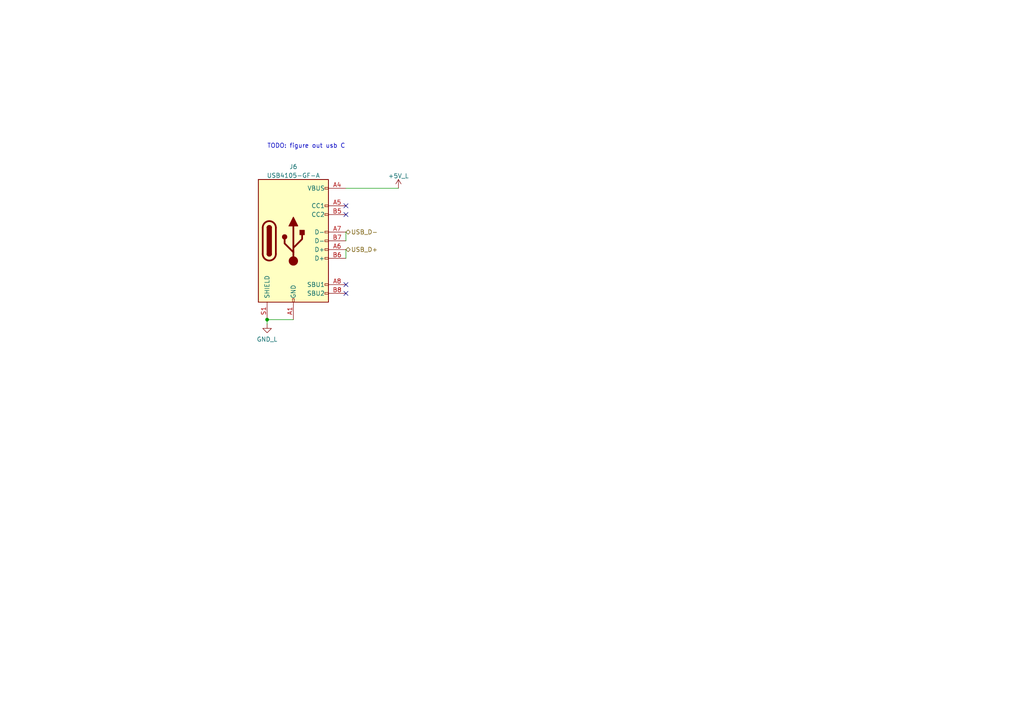
<source format=kicad_sch>
(kicad_sch (version 20211123) (generator eeschema)
  (paper "A4")
  (lib_symbols
    (symbol "arisu-split:+5V_L" (power) (pin_names (offset 0))
      (property "Value" "+5V_L" (at 0 3.556 0))
      (symbol "+5V_L_0_1"
        (polyline (pts (xy -0.762 1.27) (xy 0 2.54)))
        (polyline (pts (xy 0 0) (xy 0 2.54)))
        (polyline (pts (xy 0 2.54) (xy 0.762 1.27)))
      )
      (symbol "+5V_L_1_1"
        (pin power_in line (at 0 0 90) (length 0) hide (name "+5V_L") (number "1"))
      )
    )
    (symbol "arisu-split:GND_L" (power) (pin_names (offset 0))
      (property "Value" "GND_L" (at 0 -3.81 0))
      (symbol "GND_L_0_1"
        (polyline (pts (xy 0 0) (xy 0 -1.27) (xy 1.27 -1.27) (xy 0 -2.54) (xy -1.27 -1.27) (xy 0 -1.27)))
      )
      (symbol "GND_L_1_1"
        (pin power_in line (at 0 0 270) (length 0) hide (name "GND_L") (number "1"))
      )
    )
    (symbol "arisu-split:USB4105-GF-A" (pin_names (offset 1.016))
      (property "Reference" "J" (at -10.16 19.05 0))
      (property "Value" "USB4105-GF-A" (at 10.16 19.05 0))
      (symbol "USB4105-GF-A_0_0"
        (rectangle (start -0.254 -17.78) (end 0.254 -16.764))
        (rectangle (start 10.16 -14.986) (end 9.144 -15.494))
        (rectangle (start 10.16 -12.446) (end 9.144 -12.954))
        (rectangle (start 10.16 -4.826) (end 9.144 -5.334))
        (rectangle (start 10.16 -2.286) (end 9.144 -2.794))
        (rectangle (start 10.16 0.254) (end 9.144 -0.254))
        (rectangle (start 10.16 2.794) (end 9.144 2.286))
        (rectangle (start 10.16 7.874) (end 9.144 7.366))
        (rectangle (start 10.16 10.414) (end 9.144 9.906))
        (rectangle (start 10.16 15.494) (end 9.144 14.986))
      )
      (symbol "USB4105-GF-A_0_1"
        (rectangle (start -10.16 17.78) (end 10.16 -17.78) (stroke (width 0.254)) (fill (type background)))
        (arc (start -8.89 -3.81) (mid -6.985 -5.715) (end -5.08 -3.81) (stroke (width 0.508)))
        (arc (start -7.62 -3.81) (mid -6.985 -4.445) (end -6.35 -3.81) (stroke (width 0.254)))
        (arc (start -7.62 -3.81) (mid -6.985 -4.445) (end -6.35 -3.81) (stroke (width 0.254)) (fill (type outline)))
        (rectangle (start -7.62 -3.81) (end -6.35 3.81) (stroke (width 0.254)) (fill (type outline)))
        (arc (start -6.35 3.81) (mid -6.985 4.445) (end -7.62 3.81) (stroke (width 0.254)))
        (arc (start -6.35 3.81) (mid -6.985 4.445) (end -7.62 3.81) (stroke (width 0.254)) (fill (type outline)))
        (arc (start -5.08 3.81) (mid -6.985 5.715) (end -8.89 3.81) (stroke (width 0.508)))
        (circle (center -2.54 1.143) (radius 0.635) (stroke (width 0.254)) (fill (type outline)))
        (circle (center 0 -5.842) (radius 1.27) (fill (type outline)))
        (polyline (pts (xy -8.89 -3.81) (xy -8.89 3.81)) (stroke (width 0.508)))
        (polyline (pts (xy -5.08 3.81) (xy -5.08 -3.81)) (stroke (width 0.508)))
        (polyline (pts (xy 0 -5.842) (xy 0 4.318)) (stroke (width 0.508)))
        (polyline (pts (xy 0 -3.302) (xy -2.54 -0.762) (xy -2.54 0.508)) (stroke (width 0.508)))
        (polyline (pts (xy 0 -2.032) (xy 2.54 0.508) (xy 2.54 1.778)) (stroke (width 0.508)))
        (polyline (pts (xy -1.27 4.318) (xy 0 6.858) (xy 1.27 4.318) (xy -1.27 4.318)) (stroke (width 0.254)) (fill (type outline)))
        (rectangle (start 1.905 1.778) (end 3.175 3.048) (stroke (width 0.254)) (fill (type outline)))
      )
      (symbol "USB4105-GF-A_1_1"
        (pin power_out line (at 0 -22.86 90) (length 5.08) (name "GND") (number "A1"))
        (pin passive line (at 0 -22.86 90) (length 5.08) hide (name "GND") (number "A12"))
        (pin power_out line (at 15.24 15.24 180) (length 5.08) (name "VBUS") (number "A4"))
        (pin bidirectional line (at 15.24 10.16 180) (length 5.08) (name "CC1") (number "A5"))
        (pin bidirectional line (at 15.24 -2.54 180) (length 5.08) (name "D+") (number "A6"))
        (pin bidirectional line (at 15.24 2.54 180) (length 5.08) (name "D-") (number "A7"))
        (pin bidirectional line (at 15.24 -12.7 180) (length 5.08) (name "SBU1") (number "A8"))
        (pin passive line (at 15.24 15.24 180) (length 5.08) hide (name "VBUS") (number "A9"))
        (pin passive line (at 0 -22.86 90) (length 5.08) hide (name "GND") (number "B1"))
        (pin passive line (at 0 -22.86 90) (length 5.08) hide (name "GND") (number "B12"))
        (pin passive line (at 15.24 15.24 180) (length 5.08) hide (name "VBUS") (number "B4"))
        (pin bidirectional line (at 15.24 7.62 180) (length 5.08) (name "CC2") (number "B5"))
        (pin bidirectional line (at 15.24 -5.08 180) (length 5.08) (name "D+") (number "B6"))
        (pin bidirectional line (at 15.24 0 180) (length 5.08) (name "D-") (number "B7"))
        (pin bidirectional line (at 15.24 -15.24 180) (length 5.08) (name "SBU2") (number "B8"))
        (pin passive line (at 15.24 15.24 180) (length 5.08) hide (name "VBUS") (number "B9"))
        (pin passive line (at -7.62 -22.86 90) (length 5.08) (name "SHIELD") (number "S1"))
      )
    )
  )
  (junction (at 77.47 92.71))
  (no_connect (at 100.33 59.69))
  (no_connect (at 100.33 85.09))
  (no_connect (at 100.33 82.55))
  (no_connect (at 100.33 62.23))
  (wire (pts (xy 100.33 72.39) (xy 100.33 74.93)))
  (wire (pts (xy 77.47 92.71) (xy 85.09 92.71)))
  (wire (pts (xy 100.33 67.31) (xy 100.33 69.85)))
  (wire (pts (xy 100.33 54.61) (xy 115.57 54.61)))
  (wire (pts (xy 77.47 93.98) (xy 77.47 92.71)))
  (text "TODO: figure out usb C\n" (at 77.47 43.18 0) (effects (font (size 1.27 1.27)) (justify left bottom)))
  (hierarchical_label "USB_D-" (shape bidirectional) (at 100.33 67.31 0))
  (hierarchical_label "USB_D+" (shape bidirectional) (at 100.33 72.39 0))
  (symbol (lib_id "arisu-split:USB4105-GF-A") (at 85.09 69.85 0) (unit 1)
    (property "Reference" "J6" (at 85.09 48.3702 0))
    (property "Value" "USB4105-GF-A" (at 85.09 50.9071 0))
    (property "Footprint" "arisu-split:USB4105-GF-A" (effects hide))
    (property "Datasheet" "https://www.usb.org/sites/default/files/documents/usb_type-c.zip" (effects hide))
  )
  (symbol (lib_id "arisu-split:GND_L") (at 77.47 93.98 0) (unit 1)
    (property "Reference" "#PWR01" (effects hide))
    (property "Value" "GND_L" (at 77.47 98.4234 0))
  )
  (symbol (lib_id "arisu-split:+5V_L") (at 115.57 54.61 0) (unit 1)
    (property "Reference" "#PWR011" (effects hide))
    (property "Value" "+5V_L" (at 115.57 51.0342 0))
  )
)
</source>
